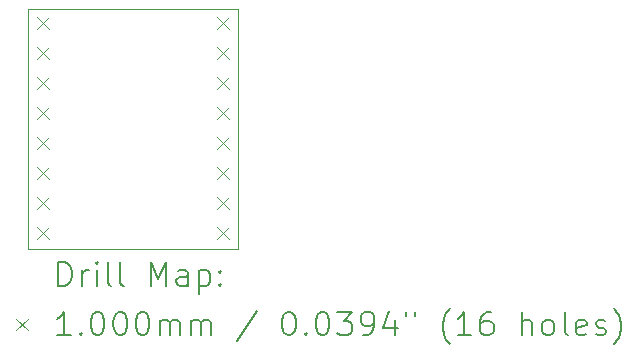
<source format=gbr>
%TF.GenerationSoftware,KiCad,Pcbnew,9.0.6*%
%TF.CreationDate,2026-01-05T14:24:46-06:00*%
%TF.ProjectId,SOIC-16_3.9x9.9_P1.27,534f4943-2d31-4365-9f33-2e3978392e39,rev?*%
%TF.SameCoordinates,Original*%
%TF.FileFunction,Drillmap*%
%TF.FilePolarity,Positive*%
%FSLAX45Y45*%
G04 Gerber Fmt 4.5, Leading zero omitted, Abs format (unit mm)*
G04 Created by KiCad (PCBNEW 9.0.6) date 2026-01-05 14:24:46*
%MOMM*%
%LPD*%
G01*
G04 APERTURE LIST*
%ADD10C,0.050000*%
%ADD11C,0.200000*%
%ADD12C,0.100000*%
G04 APERTURE END LIST*
D10*
X11785600Y-8871350D02*
X13563600Y-8871350D01*
X13563600Y-10903350D01*
X11785600Y-10903350D01*
X11785600Y-8871350D01*
D11*
D12*
X11862600Y-8939600D02*
X11962600Y-9039600D01*
X11962600Y-8939600D02*
X11862600Y-9039600D01*
X11862600Y-9193600D02*
X11962600Y-9293600D01*
X11962600Y-9193600D02*
X11862600Y-9293600D01*
X11862600Y-9447600D02*
X11962600Y-9547600D01*
X11962600Y-9447600D02*
X11862600Y-9547600D01*
X11862600Y-9701600D02*
X11962600Y-9801600D01*
X11962600Y-9701600D02*
X11862600Y-9801600D01*
X11862600Y-9955600D02*
X11962600Y-10055600D01*
X11962600Y-9955600D02*
X11862600Y-10055600D01*
X11862600Y-10209600D02*
X11962600Y-10309600D01*
X11962600Y-10209600D02*
X11862600Y-10309600D01*
X11862600Y-10463600D02*
X11962600Y-10563600D01*
X11962600Y-10463600D02*
X11862600Y-10563600D01*
X11862600Y-10717600D02*
X11962600Y-10817600D01*
X11962600Y-10717600D02*
X11862600Y-10817600D01*
X13386600Y-8939600D02*
X13486600Y-9039600D01*
X13486600Y-8939600D02*
X13386600Y-9039600D01*
X13386600Y-9193600D02*
X13486600Y-9293600D01*
X13486600Y-9193600D02*
X13386600Y-9293600D01*
X13386600Y-9447600D02*
X13486600Y-9547600D01*
X13486600Y-9447600D02*
X13386600Y-9547600D01*
X13386600Y-9701600D02*
X13486600Y-9801600D01*
X13486600Y-9701600D02*
X13386600Y-9801600D01*
X13386600Y-9955600D02*
X13486600Y-10055600D01*
X13486600Y-9955600D02*
X13386600Y-10055600D01*
X13386600Y-10209600D02*
X13486600Y-10309600D01*
X13486600Y-10209600D02*
X13386600Y-10309600D01*
X13386600Y-10463600D02*
X13486600Y-10563600D01*
X13486600Y-10463600D02*
X13386600Y-10563600D01*
X13386600Y-10717600D02*
X13486600Y-10817600D01*
X13486600Y-10717600D02*
X13386600Y-10817600D01*
D11*
X12043877Y-11217334D02*
X12043877Y-11017334D01*
X12043877Y-11017334D02*
X12091496Y-11017334D01*
X12091496Y-11017334D02*
X12120067Y-11026858D01*
X12120067Y-11026858D02*
X12139115Y-11045905D01*
X12139115Y-11045905D02*
X12148639Y-11064953D01*
X12148639Y-11064953D02*
X12158162Y-11103048D01*
X12158162Y-11103048D02*
X12158162Y-11131620D01*
X12158162Y-11131620D02*
X12148639Y-11169715D01*
X12148639Y-11169715D02*
X12139115Y-11188762D01*
X12139115Y-11188762D02*
X12120067Y-11207810D01*
X12120067Y-11207810D02*
X12091496Y-11217334D01*
X12091496Y-11217334D02*
X12043877Y-11217334D01*
X12243877Y-11217334D02*
X12243877Y-11084000D01*
X12243877Y-11122096D02*
X12253401Y-11103048D01*
X12253401Y-11103048D02*
X12262924Y-11093524D01*
X12262924Y-11093524D02*
X12281972Y-11084000D01*
X12281972Y-11084000D02*
X12301020Y-11084000D01*
X12367686Y-11217334D02*
X12367686Y-11084000D01*
X12367686Y-11017334D02*
X12358162Y-11026858D01*
X12358162Y-11026858D02*
X12367686Y-11036381D01*
X12367686Y-11036381D02*
X12377210Y-11026858D01*
X12377210Y-11026858D02*
X12367686Y-11017334D01*
X12367686Y-11017334D02*
X12367686Y-11036381D01*
X12491496Y-11217334D02*
X12472448Y-11207810D01*
X12472448Y-11207810D02*
X12462924Y-11188762D01*
X12462924Y-11188762D02*
X12462924Y-11017334D01*
X12596258Y-11217334D02*
X12577210Y-11207810D01*
X12577210Y-11207810D02*
X12567686Y-11188762D01*
X12567686Y-11188762D02*
X12567686Y-11017334D01*
X12824829Y-11217334D02*
X12824829Y-11017334D01*
X12824829Y-11017334D02*
X12891496Y-11160191D01*
X12891496Y-11160191D02*
X12958162Y-11017334D01*
X12958162Y-11017334D02*
X12958162Y-11217334D01*
X13139115Y-11217334D02*
X13139115Y-11112572D01*
X13139115Y-11112572D02*
X13129591Y-11093524D01*
X13129591Y-11093524D02*
X13110543Y-11084000D01*
X13110543Y-11084000D02*
X13072448Y-11084000D01*
X13072448Y-11084000D02*
X13053401Y-11093524D01*
X13139115Y-11207810D02*
X13120067Y-11217334D01*
X13120067Y-11217334D02*
X13072448Y-11217334D01*
X13072448Y-11217334D02*
X13053401Y-11207810D01*
X13053401Y-11207810D02*
X13043877Y-11188762D01*
X13043877Y-11188762D02*
X13043877Y-11169715D01*
X13043877Y-11169715D02*
X13053401Y-11150667D01*
X13053401Y-11150667D02*
X13072448Y-11141143D01*
X13072448Y-11141143D02*
X13120067Y-11141143D01*
X13120067Y-11141143D02*
X13139115Y-11131620D01*
X13234353Y-11084000D02*
X13234353Y-11284000D01*
X13234353Y-11093524D02*
X13253401Y-11084000D01*
X13253401Y-11084000D02*
X13291496Y-11084000D01*
X13291496Y-11084000D02*
X13310543Y-11093524D01*
X13310543Y-11093524D02*
X13320067Y-11103048D01*
X13320067Y-11103048D02*
X13329591Y-11122096D01*
X13329591Y-11122096D02*
X13329591Y-11179239D01*
X13329591Y-11179239D02*
X13320067Y-11198286D01*
X13320067Y-11198286D02*
X13310543Y-11207810D01*
X13310543Y-11207810D02*
X13291496Y-11217334D01*
X13291496Y-11217334D02*
X13253401Y-11217334D01*
X13253401Y-11217334D02*
X13234353Y-11207810D01*
X13415305Y-11198286D02*
X13424829Y-11207810D01*
X13424829Y-11207810D02*
X13415305Y-11217334D01*
X13415305Y-11217334D02*
X13405782Y-11207810D01*
X13405782Y-11207810D02*
X13415305Y-11198286D01*
X13415305Y-11198286D02*
X13415305Y-11217334D01*
X13415305Y-11093524D02*
X13424829Y-11103048D01*
X13424829Y-11103048D02*
X13415305Y-11112572D01*
X13415305Y-11112572D02*
X13405782Y-11103048D01*
X13405782Y-11103048D02*
X13415305Y-11093524D01*
X13415305Y-11093524D02*
X13415305Y-11112572D01*
D12*
X11683100Y-11495850D02*
X11783100Y-11595850D01*
X11783100Y-11495850D02*
X11683100Y-11595850D01*
D11*
X12148639Y-11637334D02*
X12034353Y-11637334D01*
X12091496Y-11637334D02*
X12091496Y-11437334D01*
X12091496Y-11437334D02*
X12072448Y-11465905D01*
X12072448Y-11465905D02*
X12053401Y-11484953D01*
X12053401Y-11484953D02*
X12034353Y-11494477D01*
X12234353Y-11618286D02*
X12243877Y-11627810D01*
X12243877Y-11627810D02*
X12234353Y-11637334D01*
X12234353Y-11637334D02*
X12224829Y-11627810D01*
X12224829Y-11627810D02*
X12234353Y-11618286D01*
X12234353Y-11618286D02*
X12234353Y-11637334D01*
X12367686Y-11437334D02*
X12386734Y-11437334D01*
X12386734Y-11437334D02*
X12405782Y-11446858D01*
X12405782Y-11446858D02*
X12415305Y-11456381D01*
X12415305Y-11456381D02*
X12424829Y-11475429D01*
X12424829Y-11475429D02*
X12434353Y-11513524D01*
X12434353Y-11513524D02*
X12434353Y-11561143D01*
X12434353Y-11561143D02*
X12424829Y-11599238D01*
X12424829Y-11599238D02*
X12415305Y-11618286D01*
X12415305Y-11618286D02*
X12405782Y-11627810D01*
X12405782Y-11627810D02*
X12386734Y-11637334D01*
X12386734Y-11637334D02*
X12367686Y-11637334D01*
X12367686Y-11637334D02*
X12348639Y-11627810D01*
X12348639Y-11627810D02*
X12339115Y-11618286D01*
X12339115Y-11618286D02*
X12329591Y-11599238D01*
X12329591Y-11599238D02*
X12320067Y-11561143D01*
X12320067Y-11561143D02*
X12320067Y-11513524D01*
X12320067Y-11513524D02*
X12329591Y-11475429D01*
X12329591Y-11475429D02*
X12339115Y-11456381D01*
X12339115Y-11456381D02*
X12348639Y-11446858D01*
X12348639Y-11446858D02*
X12367686Y-11437334D01*
X12558162Y-11437334D02*
X12577210Y-11437334D01*
X12577210Y-11437334D02*
X12596258Y-11446858D01*
X12596258Y-11446858D02*
X12605782Y-11456381D01*
X12605782Y-11456381D02*
X12615305Y-11475429D01*
X12615305Y-11475429D02*
X12624829Y-11513524D01*
X12624829Y-11513524D02*
X12624829Y-11561143D01*
X12624829Y-11561143D02*
X12615305Y-11599238D01*
X12615305Y-11599238D02*
X12605782Y-11618286D01*
X12605782Y-11618286D02*
X12596258Y-11627810D01*
X12596258Y-11627810D02*
X12577210Y-11637334D01*
X12577210Y-11637334D02*
X12558162Y-11637334D01*
X12558162Y-11637334D02*
X12539115Y-11627810D01*
X12539115Y-11627810D02*
X12529591Y-11618286D01*
X12529591Y-11618286D02*
X12520067Y-11599238D01*
X12520067Y-11599238D02*
X12510543Y-11561143D01*
X12510543Y-11561143D02*
X12510543Y-11513524D01*
X12510543Y-11513524D02*
X12520067Y-11475429D01*
X12520067Y-11475429D02*
X12529591Y-11456381D01*
X12529591Y-11456381D02*
X12539115Y-11446858D01*
X12539115Y-11446858D02*
X12558162Y-11437334D01*
X12748639Y-11437334D02*
X12767686Y-11437334D01*
X12767686Y-11437334D02*
X12786734Y-11446858D01*
X12786734Y-11446858D02*
X12796258Y-11456381D01*
X12796258Y-11456381D02*
X12805782Y-11475429D01*
X12805782Y-11475429D02*
X12815305Y-11513524D01*
X12815305Y-11513524D02*
X12815305Y-11561143D01*
X12815305Y-11561143D02*
X12805782Y-11599238D01*
X12805782Y-11599238D02*
X12796258Y-11618286D01*
X12796258Y-11618286D02*
X12786734Y-11627810D01*
X12786734Y-11627810D02*
X12767686Y-11637334D01*
X12767686Y-11637334D02*
X12748639Y-11637334D01*
X12748639Y-11637334D02*
X12729591Y-11627810D01*
X12729591Y-11627810D02*
X12720067Y-11618286D01*
X12720067Y-11618286D02*
X12710543Y-11599238D01*
X12710543Y-11599238D02*
X12701020Y-11561143D01*
X12701020Y-11561143D02*
X12701020Y-11513524D01*
X12701020Y-11513524D02*
X12710543Y-11475429D01*
X12710543Y-11475429D02*
X12720067Y-11456381D01*
X12720067Y-11456381D02*
X12729591Y-11446858D01*
X12729591Y-11446858D02*
X12748639Y-11437334D01*
X12901020Y-11637334D02*
X12901020Y-11504000D01*
X12901020Y-11523048D02*
X12910543Y-11513524D01*
X12910543Y-11513524D02*
X12929591Y-11504000D01*
X12929591Y-11504000D02*
X12958163Y-11504000D01*
X12958163Y-11504000D02*
X12977210Y-11513524D01*
X12977210Y-11513524D02*
X12986734Y-11532572D01*
X12986734Y-11532572D02*
X12986734Y-11637334D01*
X12986734Y-11532572D02*
X12996258Y-11513524D01*
X12996258Y-11513524D02*
X13015305Y-11504000D01*
X13015305Y-11504000D02*
X13043877Y-11504000D01*
X13043877Y-11504000D02*
X13062924Y-11513524D01*
X13062924Y-11513524D02*
X13072448Y-11532572D01*
X13072448Y-11532572D02*
X13072448Y-11637334D01*
X13167686Y-11637334D02*
X13167686Y-11504000D01*
X13167686Y-11523048D02*
X13177210Y-11513524D01*
X13177210Y-11513524D02*
X13196258Y-11504000D01*
X13196258Y-11504000D02*
X13224829Y-11504000D01*
X13224829Y-11504000D02*
X13243877Y-11513524D01*
X13243877Y-11513524D02*
X13253401Y-11532572D01*
X13253401Y-11532572D02*
X13253401Y-11637334D01*
X13253401Y-11532572D02*
X13262924Y-11513524D01*
X13262924Y-11513524D02*
X13281972Y-11504000D01*
X13281972Y-11504000D02*
X13310543Y-11504000D01*
X13310543Y-11504000D02*
X13329591Y-11513524D01*
X13329591Y-11513524D02*
X13339115Y-11532572D01*
X13339115Y-11532572D02*
X13339115Y-11637334D01*
X13729591Y-11427810D02*
X13558163Y-11684953D01*
X13986734Y-11437334D02*
X14005782Y-11437334D01*
X14005782Y-11437334D02*
X14024829Y-11446858D01*
X14024829Y-11446858D02*
X14034353Y-11456381D01*
X14034353Y-11456381D02*
X14043877Y-11475429D01*
X14043877Y-11475429D02*
X14053401Y-11513524D01*
X14053401Y-11513524D02*
X14053401Y-11561143D01*
X14053401Y-11561143D02*
X14043877Y-11599238D01*
X14043877Y-11599238D02*
X14034353Y-11618286D01*
X14034353Y-11618286D02*
X14024829Y-11627810D01*
X14024829Y-11627810D02*
X14005782Y-11637334D01*
X14005782Y-11637334D02*
X13986734Y-11637334D01*
X13986734Y-11637334D02*
X13967686Y-11627810D01*
X13967686Y-11627810D02*
X13958163Y-11618286D01*
X13958163Y-11618286D02*
X13948639Y-11599238D01*
X13948639Y-11599238D02*
X13939115Y-11561143D01*
X13939115Y-11561143D02*
X13939115Y-11513524D01*
X13939115Y-11513524D02*
X13948639Y-11475429D01*
X13948639Y-11475429D02*
X13958163Y-11456381D01*
X13958163Y-11456381D02*
X13967686Y-11446858D01*
X13967686Y-11446858D02*
X13986734Y-11437334D01*
X14139115Y-11618286D02*
X14148639Y-11627810D01*
X14148639Y-11627810D02*
X14139115Y-11637334D01*
X14139115Y-11637334D02*
X14129591Y-11627810D01*
X14129591Y-11627810D02*
X14139115Y-11618286D01*
X14139115Y-11618286D02*
X14139115Y-11637334D01*
X14272448Y-11437334D02*
X14291496Y-11437334D01*
X14291496Y-11437334D02*
X14310544Y-11446858D01*
X14310544Y-11446858D02*
X14320067Y-11456381D01*
X14320067Y-11456381D02*
X14329591Y-11475429D01*
X14329591Y-11475429D02*
X14339115Y-11513524D01*
X14339115Y-11513524D02*
X14339115Y-11561143D01*
X14339115Y-11561143D02*
X14329591Y-11599238D01*
X14329591Y-11599238D02*
X14320067Y-11618286D01*
X14320067Y-11618286D02*
X14310544Y-11627810D01*
X14310544Y-11627810D02*
X14291496Y-11637334D01*
X14291496Y-11637334D02*
X14272448Y-11637334D01*
X14272448Y-11637334D02*
X14253401Y-11627810D01*
X14253401Y-11627810D02*
X14243877Y-11618286D01*
X14243877Y-11618286D02*
X14234353Y-11599238D01*
X14234353Y-11599238D02*
X14224829Y-11561143D01*
X14224829Y-11561143D02*
X14224829Y-11513524D01*
X14224829Y-11513524D02*
X14234353Y-11475429D01*
X14234353Y-11475429D02*
X14243877Y-11456381D01*
X14243877Y-11456381D02*
X14253401Y-11446858D01*
X14253401Y-11446858D02*
X14272448Y-11437334D01*
X14405782Y-11437334D02*
X14529591Y-11437334D01*
X14529591Y-11437334D02*
X14462925Y-11513524D01*
X14462925Y-11513524D02*
X14491496Y-11513524D01*
X14491496Y-11513524D02*
X14510544Y-11523048D01*
X14510544Y-11523048D02*
X14520067Y-11532572D01*
X14520067Y-11532572D02*
X14529591Y-11551619D01*
X14529591Y-11551619D02*
X14529591Y-11599238D01*
X14529591Y-11599238D02*
X14520067Y-11618286D01*
X14520067Y-11618286D02*
X14510544Y-11627810D01*
X14510544Y-11627810D02*
X14491496Y-11637334D01*
X14491496Y-11637334D02*
X14434353Y-11637334D01*
X14434353Y-11637334D02*
X14415306Y-11627810D01*
X14415306Y-11627810D02*
X14405782Y-11618286D01*
X14624829Y-11637334D02*
X14662925Y-11637334D01*
X14662925Y-11637334D02*
X14681972Y-11627810D01*
X14681972Y-11627810D02*
X14691496Y-11618286D01*
X14691496Y-11618286D02*
X14710544Y-11589715D01*
X14710544Y-11589715D02*
X14720067Y-11551619D01*
X14720067Y-11551619D02*
X14720067Y-11475429D01*
X14720067Y-11475429D02*
X14710544Y-11456381D01*
X14710544Y-11456381D02*
X14701020Y-11446858D01*
X14701020Y-11446858D02*
X14681972Y-11437334D01*
X14681972Y-11437334D02*
X14643877Y-11437334D01*
X14643877Y-11437334D02*
X14624829Y-11446858D01*
X14624829Y-11446858D02*
X14615306Y-11456381D01*
X14615306Y-11456381D02*
X14605782Y-11475429D01*
X14605782Y-11475429D02*
X14605782Y-11523048D01*
X14605782Y-11523048D02*
X14615306Y-11542096D01*
X14615306Y-11542096D02*
X14624829Y-11551619D01*
X14624829Y-11551619D02*
X14643877Y-11561143D01*
X14643877Y-11561143D02*
X14681972Y-11561143D01*
X14681972Y-11561143D02*
X14701020Y-11551619D01*
X14701020Y-11551619D02*
X14710544Y-11542096D01*
X14710544Y-11542096D02*
X14720067Y-11523048D01*
X14891496Y-11504000D02*
X14891496Y-11637334D01*
X14843877Y-11427810D02*
X14796258Y-11570667D01*
X14796258Y-11570667D02*
X14920067Y-11570667D01*
X14986734Y-11437334D02*
X14986734Y-11475429D01*
X15062925Y-11437334D02*
X15062925Y-11475429D01*
X15358163Y-11713524D02*
X15348639Y-11704000D01*
X15348639Y-11704000D02*
X15329591Y-11675429D01*
X15329591Y-11675429D02*
X15320068Y-11656381D01*
X15320068Y-11656381D02*
X15310544Y-11627810D01*
X15310544Y-11627810D02*
X15301020Y-11580191D01*
X15301020Y-11580191D02*
X15301020Y-11542096D01*
X15301020Y-11542096D02*
X15310544Y-11494477D01*
X15310544Y-11494477D02*
X15320068Y-11465905D01*
X15320068Y-11465905D02*
X15329591Y-11446858D01*
X15329591Y-11446858D02*
X15348639Y-11418286D01*
X15348639Y-11418286D02*
X15358163Y-11408762D01*
X15539115Y-11637334D02*
X15424829Y-11637334D01*
X15481972Y-11637334D02*
X15481972Y-11437334D01*
X15481972Y-11437334D02*
X15462925Y-11465905D01*
X15462925Y-11465905D02*
X15443877Y-11484953D01*
X15443877Y-11484953D02*
X15424829Y-11494477D01*
X15710544Y-11437334D02*
X15672448Y-11437334D01*
X15672448Y-11437334D02*
X15653401Y-11446858D01*
X15653401Y-11446858D02*
X15643877Y-11456381D01*
X15643877Y-11456381D02*
X15624829Y-11484953D01*
X15624829Y-11484953D02*
X15615306Y-11523048D01*
X15615306Y-11523048D02*
X15615306Y-11599238D01*
X15615306Y-11599238D02*
X15624829Y-11618286D01*
X15624829Y-11618286D02*
X15634353Y-11627810D01*
X15634353Y-11627810D02*
X15653401Y-11637334D01*
X15653401Y-11637334D02*
X15691496Y-11637334D01*
X15691496Y-11637334D02*
X15710544Y-11627810D01*
X15710544Y-11627810D02*
X15720068Y-11618286D01*
X15720068Y-11618286D02*
X15729591Y-11599238D01*
X15729591Y-11599238D02*
X15729591Y-11551619D01*
X15729591Y-11551619D02*
X15720068Y-11532572D01*
X15720068Y-11532572D02*
X15710544Y-11523048D01*
X15710544Y-11523048D02*
X15691496Y-11513524D01*
X15691496Y-11513524D02*
X15653401Y-11513524D01*
X15653401Y-11513524D02*
X15634353Y-11523048D01*
X15634353Y-11523048D02*
X15624829Y-11532572D01*
X15624829Y-11532572D02*
X15615306Y-11551619D01*
X15967687Y-11637334D02*
X15967687Y-11437334D01*
X16053401Y-11637334D02*
X16053401Y-11532572D01*
X16053401Y-11532572D02*
X16043877Y-11513524D01*
X16043877Y-11513524D02*
X16024830Y-11504000D01*
X16024830Y-11504000D02*
X15996258Y-11504000D01*
X15996258Y-11504000D02*
X15977210Y-11513524D01*
X15977210Y-11513524D02*
X15967687Y-11523048D01*
X16177210Y-11637334D02*
X16158163Y-11627810D01*
X16158163Y-11627810D02*
X16148639Y-11618286D01*
X16148639Y-11618286D02*
X16139115Y-11599238D01*
X16139115Y-11599238D02*
X16139115Y-11542096D01*
X16139115Y-11542096D02*
X16148639Y-11523048D01*
X16148639Y-11523048D02*
X16158163Y-11513524D01*
X16158163Y-11513524D02*
X16177210Y-11504000D01*
X16177210Y-11504000D02*
X16205782Y-11504000D01*
X16205782Y-11504000D02*
X16224830Y-11513524D01*
X16224830Y-11513524D02*
X16234353Y-11523048D01*
X16234353Y-11523048D02*
X16243877Y-11542096D01*
X16243877Y-11542096D02*
X16243877Y-11599238D01*
X16243877Y-11599238D02*
X16234353Y-11618286D01*
X16234353Y-11618286D02*
X16224830Y-11627810D01*
X16224830Y-11627810D02*
X16205782Y-11637334D01*
X16205782Y-11637334D02*
X16177210Y-11637334D01*
X16358163Y-11637334D02*
X16339115Y-11627810D01*
X16339115Y-11627810D02*
X16329591Y-11608762D01*
X16329591Y-11608762D02*
X16329591Y-11437334D01*
X16510544Y-11627810D02*
X16491496Y-11637334D01*
X16491496Y-11637334D02*
X16453401Y-11637334D01*
X16453401Y-11637334D02*
X16434353Y-11627810D01*
X16434353Y-11627810D02*
X16424830Y-11608762D01*
X16424830Y-11608762D02*
X16424830Y-11532572D01*
X16424830Y-11532572D02*
X16434353Y-11513524D01*
X16434353Y-11513524D02*
X16453401Y-11504000D01*
X16453401Y-11504000D02*
X16491496Y-11504000D01*
X16491496Y-11504000D02*
X16510544Y-11513524D01*
X16510544Y-11513524D02*
X16520068Y-11532572D01*
X16520068Y-11532572D02*
X16520068Y-11551619D01*
X16520068Y-11551619D02*
X16424830Y-11570667D01*
X16596258Y-11627810D02*
X16615306Y-11637334D01*
X16615306Y-11637334D02*
X16653401Y-11637334D01*
X16653401Y-11637334D02*
X16672449Y-11627810D01*
X16672449Y-11627810D02*
X16681972Y-11608762D01*
X16681972Y-11608762D02*
X16681972Y-11599238D01*
X16681972Y-11599238D02*
X16672449Y-11580191D01*
X16672449Y-11580191D02*
X16653401Y-11570667D01*
X16653401Y-11570667D02*
X16624830Y-11570667D01*
X16624830Y-11570667D02*
X16605782Y-11561143D01*
X16605782Y-11561143D02*
X16596258Y-11542096D01*
X16596258Y-11542096D02*
X16596258Y-11532572D01*
X16596258Y-11532572D02*
X16605782Y-11513524D01*
X16605782Y-11513524D02*
X16624830Y-11504000D01*
X16624830Y-11504000D02*
X16653401Y-11504000D01*
X16653401Y-11504000D02*
X16672449Y-11513524D01*
X16748639Y-11713524D02*
X16758163Y-11704000D01*
X16758163Y-11704000D02*
X16777211Y-11675429D01*
X16777211Y-11675429D02*
X16786734Y-11656381D01*
X16786734Y-11656381D02*
X16796258Y-11627810D01*
X16796258Y-11627810D02*
X16805782Y-11580191D01*
X16805782Y-11580191D02*
X16805782Y-11542096D01*
X16805782Y-11542096D02*
X16796258Y-11494477D01*
X16796258Y-11494477D02*
X16786734Y-11465905D01*
X16786734Y-11465905D02*
X16777211Y-11446858D01*
X16777211Y-11446858D02*
X16758163Y-11418286D01*
X16758163Y-11418286D02*
X16748639Y-11408762D01*
M02*

</source>
